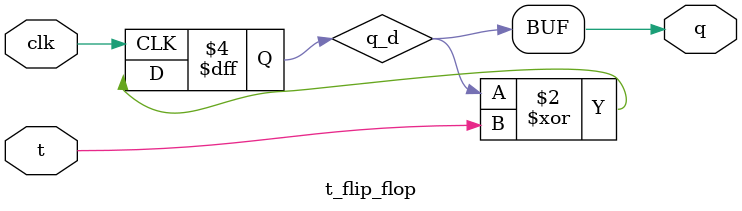
<source format=v>

module d_flip_flop(input d, input clk, output reg q);
    always @(posedge clk)
        q <= d;
endmodule

module t_flip_flop(input t, input clk, output wire q);
    reg q_d;
    initial begin
        q_d = 0;
    end
    always @(posedge clk)
        q_d <= (q_d ^ t);
    assign q = q_d;
endmodule

</source>
